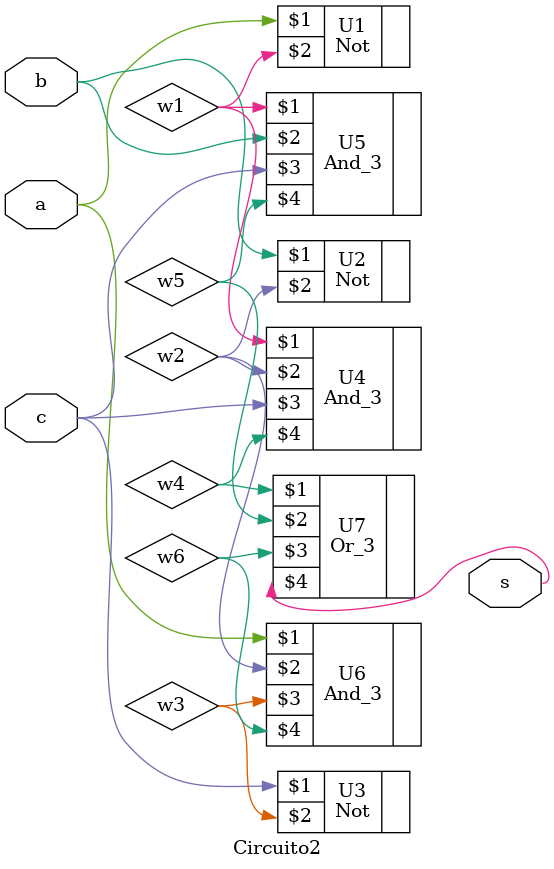
<source format=sv>
module Circuito2(a,b,c,s);
  input a,b,c;
  output s;
  wire w1,w2,w3,w4,w5,w6;
  
  Not U1 (a,w1);
  Not U2 (b,w2);
  Not U3 (c,w3);
  And_3 U4 (w1,w2,c,w4);
  And_3 U5 (w1,b,c,w5);
  And_3 U6 (a,w2,w3,w6);
  Or_3 U7 (w4,w5,w6,s);
  
endmodule
</source>
